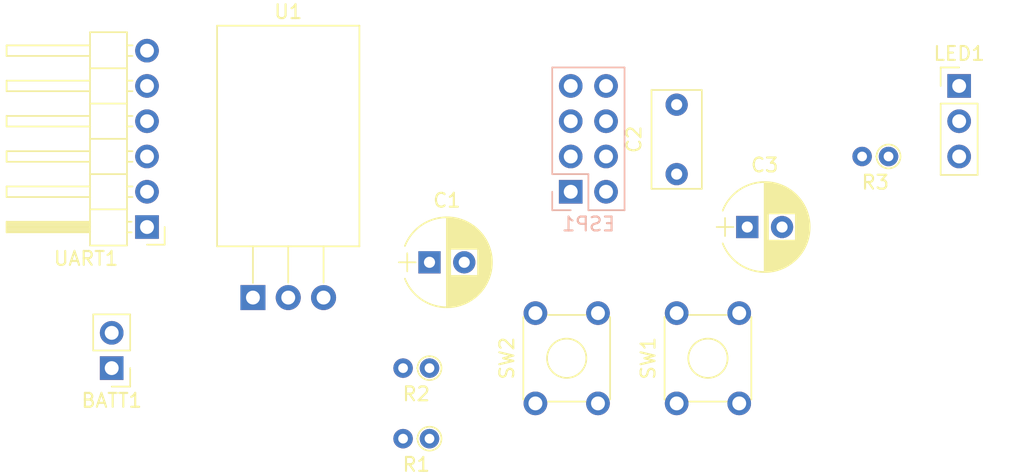
<source format=kicad_pcb>
(kicad_pcb (version 4) (host pcbnew 4.0.7)

  (general
    (links 26)
    (no_connects 26)
    (area 0 0 0 0)
    (thickness 1.6)
    (drawings 0)
    (tracks 0)
    (zones 0)
    (modules 13)
    (nets 13)
  )

  (page A4)
  (layers
    (0 F.Cu signal)
    (31 B.Cu signal)
    (32 B.Adhes user)
    (33 F.Adhes user)
    (34 B.Paste user)
    (35 F.Paste user)
    (36 B.SilkS user)
    (37 F.SilkS user)
    (38 B.Mask user)
    (39 F.Mask user)
    (40 Dwgs.User user)
    (41 Cmts.User user)
    (42 Eco1.User user)
    (43 Eco2.User user)
    (44 Edge.Cuts user)
    (45 Margin user)
    (46 B.CrtYd user)
    (47 F.CrtYd user)
    (48 B.Fab user)
    (49 F.Fab user)
  )

  (setup
    (last_trace_width 0.25)
    (trace_clearance 0.2)
    (zone_clearance 0.508)
    (zone_45_only no)
    (trace_min 0.2)
    (segment_width 0.2)
    (edge_width 0.15)
    (via_size 0.6)
    (via_drill 0.4)
    (via_min_size 0.4)
    (via_min_drill 0.3)
    (uvia_size 0.3)
    (uvia_drill 0.1)
    (uvias_allowed no)
    (uvia_min_size 0.2)
    (uvia_min_drill 0.1)
    (pcb_text_width 0.3)
    (pcb_text_size 1.5 1.5)
    (mod_edge_width 0.15)
    (mod_text_size 1 1)
    (mod_text_width 0.15)
    (pad_size 1.524 1.524)
    (pad_drill 0.762)
    (pad_to_mask_clearance 0.2)
    (aux_axis_origin 0 0)
    (visible_elements FFFFFF7F)
    (pcbplotparams
      (layerselection 0x00030_80000001)
      (usegerberextensions false)
      (excludeedgelayer true)
      (linewidth 0.100000)
      (plotframeref false)
      (viasonmask false)
      (mode 1)
      (useauxorigin false)
      (hpglpennumber 1)
      (hpglpenspeed 20)
      (hpglpendiameter 15)
      (hpglpenoverlay 2)
      (psnegative false)
      (psa4output false)
      (plotreference true)
      (plotvalue true)
      (plotinvisibletext false)
      (padsonsilk false)
      (subtractmaskfromsilk false)
      (outputformat 1)
      (mirror false)
      (drillshape 1)
      (scaleselection 1)
      (outputdirectory ""))
  )

  (net 0 "")
  (net 1 +BATT)
  (net 2 GND)
  (net 3 +3V3)
  (net 4 "Net-(ESP1-Pad2)")
  (net 5 "Net-(ESP1-Pad3)")
  (net 6 "Net-(ESP1-Pad5)")
  (net 7 "Net-(ESP1-Pad6)")
  (net 8 "Net-(ESP1-Pad7)")
  (net 9 "Net-(LED1-Pad3)")
  (net 10 "Net-(UART1-Pad2)")
  (net 11 "Net-(UART1-Pad3)")
  (net 12 "Net-(UART1-Pad6)")

  (net_class Default "This is the default net class."
    (clearance 0.2)
    (trace_width 0.25)
    (via_dia 0.6)
    (via_drill 0.4)
    (uvia_dia 0.3)
    (uvia_drill 0.1)
    (add_net +3V3)
    (add_net +BATT)
    (add_net GND)
    (add_net "Net-(ESP1-Pad2)")
    (add_net "Net-(ESP1-Pad3)")
    (add_net "Net-(ESP1-Pad5)")
    (add_net "Net-(ESP1-Pad6)")
    (add_net "Net-(ESP1-Pad7)")
    (add_net "Net-(LED1-Pad3)")
    (add_net "Net-(UART1-Pad2)")
    (add_net "Net-(UART1-Pad3)")
    (add_net "Net-(UART1-Pad6)")
  )

  (module Capacitors_THT:CP_Radial_D6.3mm_P2.50mm (layer F.Cu) (tedit 597BC7C2) (tstamp 5BA4FE68)
    (at 170.18 91.44)
    (descr "CP, Radial series, Radial, pin pitch=2.50mm, , diameter=6.3mm, Electrolytic Capacitor")
    (tags "CP Radial series Radial pin pitch 2.50mm  diameter 6.3mm Electrolytic Capacitor")
    (path /5BA4F75E)
    (fp_text reference C1 (at 1.25 -4.46) (layer F.SilkS)
      (effects (font (size 1 1) (thickness 0.15)))
    )
    (fp_text value CP (at 1.25 4.46) (layer F.Fab)
      (effects (font (size 1 1) (thickness 0.15)))
    )
    (fp_arc (start 1.25 0) (end -1.767482 -1.18) (angle 137.3) (layer F.SilkS) (width 0.12))
    (fp_arc (start 1.25 0) (end -1.767482 1.18) (angle -137.3) (layer F.SilkS) (width 0.12))
    (fp_arc (start 1.25 0) (end 4.267482 -1.18) (angle 42.7) (layer F.SilkS) (width 0.12))
    (fp_circle (center 1.25 0) (end 4.4 0) (layer F.Fab) (width 0.1))
    (fp_line (start -2.2 0) (end -1 0) (layer F.Fab) (width 0.1))
    (fp_line (start -1.6 -0.65) (end -1.6 0.65) (layer F.Fab) (width 0.1))
    (fp_line (start 1.25 -3.2) (end 1.25 3.2) (layer F.SilkS) (width 0.12))
    (fp_line (start 1.29 -3.2) (end 1.29 3.2) (layer F.SilkS) (width 0.12))
    (fp_line (start 1.33 -3.2) (end 1.33 3.2) (layer F.SilkS) (width 0.12))
    (fp_line (start 1.37 -3.198) (end 1.37 3.198) (layer F.SilkS) (width 0.12))
    (fp_line (start 1.41 -3.197) (end 1.41 3.197) (layer F.SilkS) (width 0.12))
    (fp_line (start 1.45 -3.194) (end 1.45 3.194) (layer F.SilkS) (width 0.12))
    (fp_line (start 1.49 -3.192) (end 1.49 3.192) (layer F.SilkS) (width 0.12))
    (fp_line (start 1.53 -3.188) (end 1.53 -0.98) (layer F.SilkS) (width 0.12))
    (fp_line (start 1.53 0.98) (end 1.53 3.188) (layer F.SilkS) (width 0.12))
    (fp_line (start 1.57 -3.185) (end 1.57 -0.98) (layer F.SilkS) (width 0.12))
    (fp_line (start 1.57 0.98) (end 1.57 3.185) (layer F.SilkS) (width 0.12))
    (fp_line (start 1.61 -3.18) (end 1.61 -0.98) (layer F.SilkS) (width 0.12))
    (fp_line (start 1.61 0.98) (end 1.61 3.18) (layer F.SilkS) (width 0.12))
    (fp_line (start 1.65 -3.176) (end 1.65 -0.98) (layer F.SilkS) (width 0.12))
    (fp_line (start 1.65 0.98) (end 1.65 3.176) (layer F.SilkS) (width 0.12))
    (fp_line (start 1.69 -3.17) (end 1.69 -0.98) (layer F.SilkS) (width 0.12))
    (fp_line (start 1.69 0.98) (end 1.69 3.17) (layer F.SilkS) (width 0.12))
    (fp_line (start 1.73 -3.165) (end 1.73 -0.98) (layer F.SilkS) (width 0.12))
    (fp_line (start 1.73 0.98) (end 1.73 3.165) (layer F.SilkS) (width 0.12))
    (fp_line (start 1.77 -3.158) (end 1.77 -0.98) (layer F.SilkS) (width 0.12))
    (fp_line (start 1.77 0.98) (end 1.77 3.158) (layer F.SilkS) (width 0.12))
    (fp_line (start 1.81 -3.152) (end 1.81 -0.98) (layer F.SilkS) (width 0.12))
    (fp_line (start 1.81 0.98) (end 1.81 3.152) (layer F.SilkS) (width 0.12))
    (fp_line (start 1.85 -3.144) (end 1.85 -0.98) (layer F.SilkS) (width 0.12))
    (fp_line (start 1.85 0.98) (end 1.85 3.144) (layer F.SilkS) (width 0.12))
    (fp_line (start 1.89 -3.137) (end 1.89 -0.98) (layer F.SilkS) (width 0.12))
    (fp_line (start 1.89 0.98) (end 1.89 3.137) (layer F.SilkS) (width 0.12))
    (fp_line (start 1.93 -3.128) (end 1.93 -0.98) (layer F.SilkS) (width 0.12))
    (fp_line (start 1.93 0.98) (end 1.93 3.128) (layer F.SilkS) (width 0.12))
    (fp_line (start 1.971 -3.119) (end 1.971 -0.98) (layer F.SilkS) (width 0.12))
    (fp_line (start 1.971 0.98) (end 1.971 3.119) (layer F.SilkS) (width 0.12))
    (fp_line (start 2.011 -3.11) (end 2.011 -0.98) (layer F.SilkS) (width 0.12))
    (fp_line (start 2.011 0.98) (end 2.011 3.11) (layer F.SilkS) (width 0.12))
    (fp_line (start 2.051 -3.1) (end 2.051 -0.98) (layer F.SilkS) (width 0.12))
    (fp_line (start 2.051 0.98) (end 2.051 3.1) (layer F.SilkS) (width 0.12))
    (fp_line (start 2.091 -3.09) (end 2.091 -0.98) (layer F.SilkS) (width 0.12))
    (fp_line (start 2.091 0.98) (end 2.091 3.09) (layer F.SilkS) (width 0.12))
    (fp_line (start 2.131 -3.079) (end 2.131 -0.98) (layer F.SilkS) (width 0.12))
    (fp_line (start 2.131 0.98) (end 2.131 3.079) (layer F.SilkS) (width 0.12))
    (fp_line (start 2.171 -3.067) (end 2.171 -0.98) (layer F.SilkS) (width 0.12))
    (fp_line (start 2.171 0.98) (end 2.171 3.067) (layer F.SilkS) (width 0.12))
    (fp_line (start 2.211 -3.055) (end 2.211 -0.98) (layer F.SilkS) (width 0.12))
    (fp_line (start 2.211 0.98) (end 2.211 3.055) (layer F.SilkS) (width 0.12))
    (fp_line (start 2.251 -3.042) (end 2.251 -0.98) (layer F.SilkS) (width 0.12))
    (fp_line (start 2.251 0.98) (end 2.251 3.042) (layer F.SilkS) (width 0.12))
    (fp_line (start 2.291 -3.029) (end 2.291 -0.98) (layer F.SilkS) (width 0.12))
    (fp_line (start 2.291 0.98) (end 2.291 3.029) (layer F.SilkS) (width 0.12))
    (fp_line (start 2.331 -3.015) (end 2.331 -0.98) (layer F.SilkS) (width 0.12))
    (fp_line (start 2.331 0.98) (end 2.331 3.015) (layer F.SilkS) (width 0.12))
    (fp_line (start 2.371 -3.001) (end 2.371 -0.98) (layer F.SilkS) (width 0.12))
    (fp_line (start 2.371 0.98) (end 2.371 3.001) (layer F.SilkS) (width 0.12))
    (fp_line (start 2.411 -2.986) (end 2.411 -0.98) (layer F.SilkS) (width 0.12))
    (fp_line (start 2.411 0.98) (end 2.411 2.986) (layer F.SilkS) (width 0.12))
    (fp_line (start 2.451 -2.97) (end 2.451 -0.98) (layer F.SilkS) (width 0.12))
    (fp_line (start 2.451 0.98) (end 2.451 2.97) (layer F.SilkS) (width 0.12))
    (fp_line (start 2.491 -2.954) (end 2.491 -0.98) (layer F.SilkS) (width 0.12))
    (fp_line (start 2.491 0.98) (end 2.491 2.954) (layer F.SilkS) (width 0.12))
    (fp_line (start 2.531 -2.937) (end 2.531 -0.98) (layer F.SilkS) (width 0.12))
    (fp_line (start 2.531 0.98) (end 2.531 2.937) (layer F.SilkS) (width 0.12))
    (fp_line (start 2.571 -2.919) (end 2.571 -0.98) (layer F.SilkS) (width 0.12))
    (fp_line (start 2.571 0.98) (end 2.571 2.919) (layer F.SilkS) (width 0.12))
    (fp_line (start 2.611 -2.901) (end 2.611 -0.98) (layer F.SilkS) (width 0.12))
    (fp_line (start 2.611 0.98) (end 2.611 2.901) (layer F.SilkS) (width 0.12))
    (fp_line (start 2.651 -2.882) (end 2.651 -0.98) (layer F.SilkS) (width 0.12))
    (fp_line (start 2.651 0.98) (end 2.651 2.882) (layer F.SilkS) (width 0.12))
    (fp_line (start 2.691 -2.863) (end 2.691 -0.98) (layer F.SilkS) (width 0.12))
    (fp_line (start 2.691 0.98) (end 2.691 2.863) (layer F.SilkS) (width 0.12))
    (fp_line (start 2.731 -2.843) (end 2.731 -0.98) (layer F.SilkS) (width 0.12))
    (fp_line (start 2.731 0.98) (end 2.731 2.843) (layer F.SilkS) (width 0.12))
    (fp_line (start 2.771 -2.822) (end 2.771 -0.98) (layer F.SilkS) (width 0.12))
    (fp_line (start 2.771 0.98) (end 2.771 2.822) (layer F.SilkS) (width 0.12))
    (fp_line (start 2.811 -2.8) (end 2.811 -0.98) (layer F.SilkS) (width 0.12))
    (fp_line (start 2.811 0.98) (end 2.811 2.8) (layer F.SilkS) (width 0.12))
    (fp_line (start 2.851 -2.778) (end 2.851 -0.98) (layer F.SilkS) (width 0.12))
    (fp_line (start 2.851 0.98) (end 2.851 2.778) (layer F.SilkS) (width 0.12))
    (fp_line (start 2.891 -2.755) (end 2.891 -0.98) (layer F.SilkS) (width 0.12))
    (fp_line (start 2.891 0.98) (end 2.891 2.755) (layer F.SilkS) (width 0.12))
    (fp_line (start 2.931 -2.731) (end 2.931 -0.98) (layer F.SilkS) (width 0.12))
    (fp_line (start 2.931 0.98) (end 2.931 2.731) (layer F.SilkS) (width 0.12))
    (fp_line (start 2.971 -2.706) (end 2.971 -0.98) (layer F.SilkS) (width 0.12))
    (fp_line (start 2.971 0.98) (end 2.971 2.706) (layer F.SilkS) (width 0.12))
    (fp_line (start 3.011 -2.681) (end 3.011 -0.98) (layer F.SilkS) (width 0.12))
    (fp_line (start 3.011 0.98) (end 3.011 2.681) (layer F.SilkS) (width 0.12))
    (fp_line (start 3.051 -2.654) (end 3.051 -0.98) (layer F.SilkS) (width 0.12))
    (fp_line (start 3.051 0.98) (end 3.051 2.654) (layer F.SilkS) (width 0.12))
    (fp_line (start 3.091 -2.627) (end 3.091 -0.98) (layer F.SilkS) (width 0.12))
    (fp_line (start 3.091 0.98) (end 3.091 2.627) (layer F.SilkS) (width 0.12))
    (fp_line (start 3.131 -2.599) (end 3.131 -0.98) (layer F.SilkS) (width 0.12))
    (fp_line (start 3.131 0.98) (end 3.131 2.599) (layer F.SilkS) (width 0.12))
    (fp_line (start 3.171 -2.57) (end 3.171 -0.98) (layer F.SilkS) (width 0.12))
    (fp_line (start 3.171 0.98) (end 3.171 2.57) (layer F.SilkS) (width 0.12))
    (fp_line (start 3.211 -2.54) (end 3.211 -0.98) (layer F.SilkS) (width 0.12))
    (fp_line (start 3.211 0.98) (end 3.211 2.54) (layer F.SilkS) (width 0.12))
    (fp_line (start 3.251 -2.51) (end 3.251 -0.98) (layer F.SilkS) (width 0.12))
    (fp_line (start 3.251 0.98) (end 3.251 2.51) (layer F.SilkS) (width 0.12))
    (fp_line (start 3.291 -2.478) (end 3.291 -0.98) (layer F.SilkS) (width 0.12))
    (fp_line (start 3.291 0.98) (end 3.291 2.478) (layer F.SilkS) (width 0.12))
    (fp_line (start 3.331 -2.445) (end 3.331 -0.98) (layer F.SilkS) (width 0.12))
    (fp_line (start 3.331 0.98) (end 3.331 2.445) (layer F.SilkS) (width 0.12))
    (fp_line (start 3.371 -2.411) (end 3.371 -0.98) (layer F.SilkS) (width 0.12))
    (fp_line (start 3.371 0.98) (end 3.371 2.411) (layer F.SilkS) (width 0.12))
    (fp_line (start 3.411 -2.375) (end 3.411 -0.98) (layer F.SilkS) (width 0.12))
    (fp_line (start 3.411 0.98) (end 3.411 2.375) (layer F.SilkS) (width 0.12))
    (fp_line (start 3.451 -2.339) (end 3.451 -0.98) (layer F.SilkS) (width 0.12))
    (fp_line (start 3.451 0.98) (end 3.451 2.339) (layer F.SilkS) (width 0.12))
    (fp_line (start 3.491 -2.301) (end 3.491 2.301) (layer F.SilkS) (width 0.12))
    (fp_line (start 3.531 -2.262) (end 3.531 2.262) (layer F.SilkS) (width 0.12))
    (fp_line (start 3.571 -2.222) (end 3.571 2.222) (layer F.SilkS) (width 0.12))
    (fp_line (start 3.611 -2.18) (end 3.611 2.18) (layer F.SilkS) (width 0.12))
    (fp_line (start 3.651 -2.137) (end 3.651 2.137) (layer F.SilkS) (width 0.12))
    (fp_line (start 3.691 -2.092) (end 3.691 2.092) (layer F.SilkS) (width 0.12))
    (fp_line (start 3.731 -2.045) (end 3.731 2.045) (layer F.SilkS) (width 0.12))
    (fp_line (start 3.771 -1.997) (end 3.771 1.997) (layer F.SilkS) (width 0.12))
    (fp_line (start 3.811 -1.946) (end 3.811 1.946) (layer F.SilkS) (width 0.12))
    (fp_line (start 3.851 -1.894) (end 3.851 1.894) (layer F.SilkS) (width 0.12))
    (fp_line (start 3.891 -1.839) (end 3.891 1.839) (layer F.SilkS) (width 0.12))
    (fp_line (start 3.931 -1.781) (end 3.931 1.781) (layer F.SilkS) (width 0.12))
    (fp_line (start 3.971 -1.721) (end 3.971 1.721) (layer F.SilkS) (width 0.12))
    (fp_line (start 4.011 -1.658) (end 4.011 1.658) (layer F.SilkS) (width 0.12))
    (fp_line (start 4.051 -1.591) (end 4.051 1.591) (layer F.SilkS) (width 0.12))
    (fp_line (start 4.091 -1.52) (end 4.091 1.52) (layer F.SilkS) (width 0.12))
    (fp_line (start 4.131 -1.445) (end 4.131 1.445) (layer F.SilkS) (width 0.12))
    (fp_line (start 4.171 -1.364) (end 4.171 1.364) (layer F.SilkS) (width 0.12))
    (fp_line (start 4.211 -1.278) (end 4.211 1.278) (layer F.SilkS) (width 0.12))
    (fp_line (start 4.251 -1.184) (end 4.251 1.184) (layer F.SilkS) (width 0.12))
    (fp_line (start 4.291 -1.081) (end 4.291 1.081) (layer F.SilkS) (width 0.12))
    (fp_line (start 4.331 -0.966) (end 4.331 0.966) (layer F.SilkS) (width 0.12))
    (fp_line (start 4.371 -0.834) (end 4.371 0.834) (layer F.SilkS) (width 0.12))
    (fp_line (start 4.411 -0.676) (end 4.411 0.676) (layer F.SilkS) (width 0.12))
    (fp_line (start 4.451 -0.468) (end 4.451 0.468) (layer F.SilkS) (width 0.12))
    (fp_line (start -2.2 0) (end -1 0) (layer F.SilkS) (width 0.12))
    (fp_line (start -1.6 -0.65) (end -1.6 0.65) (layer F.SilkS) (width 0.12))
    (fp_line (start -2.25 -3.5) (end -2.25 3.5) (layer F.CrtYd) (width 0.05))
    (fp_line (start -2.25 3.5) (end 4.75 3.5) (layer F.CrtYd) (width 0.05))
    (fp_line (start 4.75 3.5) (end 4.75 -3.5) (layer F.CrtYd) (width 0.05))
    (fp_line (start 4.75 -3.5) (end -2.25 -3.5) (layer F.CrtYd) (width 0.05))
    (fp_text user %R (at 1.25 0) (layer F.Fab)
      (effects (font (size 1 1) (thickness 0.15)))
    )
    (pad 1 thru_hole rect (at 0 0) (size 1.6 1.6) (drill 0.8) (layers *.Cu *.Mask)
      (net 3 +3V3))
    (pad 2 thru_hole circle (at 2.5 0) (size 1.6 1.6) (drill 0.8) (layers *.Cu *.Mask)
      (net 2 GND))
    (model ${KISYS3DMOD}/Capacitors_THT.3dshapes/CP_Radial_D6.3mm_P2.50mm.wrl
      (at (xyz 0 0 0))
      (scale (xyz 1 1 1))
      (rotate (xyz 0 0 0))
    )
  )

  (module Capacitors_THT:C_Rect_L7.0mm_W3.5mm_P5.00mm (layer F.Cu) (tedit 597BC7C2) (tstamp 5BA4FE6E)
    (at 187.96 85.09 90)
    (descr "C, Rect series, Radial, pin pitch=5.00mm, , length*width=7*3.5mm^2, Capacitor")
    (tags "C Rect series Radial pin pitch 5.00mm  length 7mm width 3.5mm Capacitor")
    (path /5BA525E6)
    (fp_text reference C2 (at 2.5 -3.06 90) (layer F.SilkS)
      (effects (font (size 1 1) (thickness 0.15)))
    )
    (fp_text value C (at 2.5 3.06 90) (layer F.Fab)
      (effects (font (size 1 1) (thickness 0.15)))
    )
    (fp_line (start -1 -1.75) (end -1 1.75) (layer F.Fab) (width 0.1))
    (fp_line (start -1 1.75) (end 6 1.75) (layer F.Fab) (width 0.1))
    (fp_line (start 6 1.75) (end 6 -1.75) (layer F.Fab) (width 0.1))
    (fp_line (start 6 -1.75) (end -1 -1.75) (layer F.Fab) (width 0.1))
    (fp_line (start -1.06 -1.81) (end 6.06 -1.81) (layer F.SilkS) (width 0.12))
    (fp_line (start -1.06 1.81) (end 6.06 1.81) (layer F.SilkS) (width 0.12))
    (fp_line (start -1.06 -1.81) (end -1.06 1.81) (layer F.SilkS) (width 0.12))
    (fp_line (start 6.06 -1.81) (end 6.06 1.81) (layer F.SilkS) (width 0.12))
    (fp_line (start -1.35 -2.1) (end -1.35 2.1) (layer F.CrtYd) (width 0.05))
    (fp_line (start -1.35 2.1) (end 6.35 2.1) (layer F.CrtYd) (width 0.05))
    (fp_line (start 6.35 2.1) (end 6.35 -2.1) (layer F.CrtYd) (width 0.05))
    (fp_line (start 6.35 -2.1) (end -1.35 -2.1) (layer F.CrtYd) (width 0.05))
    (fp_text user %R (at 2.5 0 90) (layer F.Fab)
      (effects (font (size 1 1) (thickness 0.15)))
    )
    (pad 1 thru_hole circle (at 0 0 90) (size 1.6 1.6) (drill 0.8) (layers *.Cu *.Mask)
      (net 3 +3V3))
    (pad 2 thru_hole circle (at 5 0 90) (size 1.6 1.6) (drill 0.8) (layers *.Cu *.Mask)
      (net 2 GND))
    (model ${KISYS3DMOD}/Capacitors_THT.3dshapes/C_Rect_L7.0mm_W3.5mm_P5.00mm.wrl
      (at (xyz 0 0 0))
      (scale (xyz 1 1 1))
      (rotate (xyz 0 0 0))
    )
  )

  (module Capacitors_THT:CP_Radial_D6.3mm_P2.50mm (layer F.Cu) (tedit 597BC7C2) (tstamp 5BA4FE74)
    (at 193.04 88.9)
    (descr "CP, Radial series, Radial, pin pitch=2.50mm, , diameter=6.3mm, Electrolytic Capacitor")
    (tags "CP Radial series Radial pin pitch 2.50mm  diameter 6.3mm Electrolytic Capacitor")
    (path /5BA50AB4)
    (fp_text reference C3 (at 1.25 -4.46) (layer F.SilkS)
      (effects (font (size 1 1) (thickness 0.15)))
    )
    (fp_text value CP (at 1.25 4.46) (layer F.Fab)
      (effects (font (size 1 1) (thickness 0.15)))
    )
    (fp_arc (start 1.25 0) (end -1.767482 -1.18) (angle 137.3) (layer F.SilkS) (width 0.12))
    (fp_arc (start 1.25 0) (end -1.767482 1.18) (angle -137.3) (layer F.SilkS) (width 0.12))
    (fp_arc (start 1.25 0) (end 4.267482 -1.18) (angle 42.7) (layer F.SilkS) (width 0.12))
    (fp_circle (center 1.25 0) (end 4.4 0) (layer F.Fab) (width 0.1))
    (fp_line (start -2.2 0) (end -1 0) (layer F.Fab) (width 0.1))
    (fp_line (start -1.6 -0.65) (end -1.6 0.65) (layer F.Fab) (width 0.1))
    (fp_line (start 1.25 -3.2) (end 1.25 3.2) (layer F.SilkS) (width 0.12))
    (fp_line (start 1.29 -3.2) (end 1.29 3.2) (layer F.SilkS) (width 0.12))
    (fp_line (start 1.33 -3.2) (end 1.33 3.2) (layer F.SilkS) (width 0.12))
    (fp_line (start 1.37 -3.198) (end 1.37 3.198) (layer F.SilkS) (width 0.12))
    (fp_line (start 1.41 -3.197) (end 1.41 3.197) (layer F.SilkS) (width 0.12))
    (fp_line (start 1.45 -3.194) (end 1.45 3.194) (layer F.SilkS) (width 0.12))
    (fp_line (start 1.49 -3.192) (end 1.49 3.192) (layer F.SilkS) (width 0.12))
    (fp_line (start 1.53 -3.188) (end 1.53 -0.98) (layer F.SilkS) (width 0.12))
    (fp_line (start 1.53 0.98) (end 1.53 3.188) (layer F.SilkS) (width 0.12))
    (fp_line (start 1.57 -3.185) (end 1.57 -0.98) (layer F.SilkS) (width 0.12))
    (fp_line (start 1.57 0.98) (end 1.57 3.185) (layer F.SilkS) (width 0.12))
    (fp_line (start 1.61 -3.18) (end 1.61 -0.98) (layer F.SilkS) (width 0.12))
    (fp_line (start 1.61 0.98) (end 1.61 3.18) (layer F.SilkS) (width 0.12))
    (fp_line (start 1.65 -3.176) (end 1.65 -0.98) (layer F.SilkS) (width 0.12))
    (fp_line (start 1.65 0.98) (end 1.65 3.176) (layer F.SilkS) (width 0.12))
    (fp_line (start 1.69 -3.17) (end 1.69 -0.98) (layer F.SilkS) (width 0.12))
    (fp_line (start 1.69 0.98) (end 1.69 3.17) (layer F.SilkS) (width 0.12))
    (fp_line (start 1.73 -3.165) (end 1.73 -0.98) (layer F.SilkS) (width 0.12))
    (fp_line (start 1.73 0.98) (end 1.73 3.165) (layer F.SilkS) (width 0.12))
    (fp_line (start 1.77 -3.158) (end 1.77 -0.98) (layer F.SilkS) (width 0.12))
    (fp_line (start 1.77 0.98) (end 1.77 3.158) (layer F.SilkS) (width 0.12))
    (fp_line (start 1.81 -3.152) (end 1.81 -0.98) (layer F.SilkS) (width 0.12))
    (fp_line (start 1.81 0.98) (end 1.81 3.152) (layer F.SilkS) (width 0.12))
    (fp_line (start 1.85 -3.144) (end 1.85 -0.98) (layer F.SilkS) (width 0.12))
    (fp_line (start 1.85 0.98) (end 1.85 3.144) (layer F.SilkS) (width 0.12))
    (fp_line (start 1.89 -3.137) (end 1.89 -0.98) (layer F.SilkS) (width 0.12))
    (fp_line (start 1.89 0.98) (end 1.89 3.137) (layer F.SilkS) (width 0.12))
    (fp_line (start 1.93 -3.128) (end 1.93 -0.98) (layer F.SilkS) (width 0.12))
    (fp_line (start 1.93 0.98) (end 1.93 3.128) (layer F.SilkS) (width 0.12))
    (fp_line (start 1.971 -3.119) (end 1.971 -0.98) (layer F.SilkS) (width 0.12))
    (fp_line (start 1.971 0.98) (end 1.971 3.119) (layer F.SilkS) (width 0.12))
    (fp_line (start 2.011 -3.11) (end 2.011 -0.98) (layer F.SilkS) (width 0.12))
    (fp_line (start 2.011 0.98) (end 2.011 3.11) (layer F.SilkS) (width 0.12))
    (fp_line (start 2.051 -3.1) (end 2.051 -0.98) (layer F.SilkS) (width 0.12))
    (fp_line (start 2.051 0.98) (end 2.051 3.1) (layer F.SilkS) (width 0.12))
    (fp_line (start 2.091 -3.09) (end 2.091 -0.98) (layer F.SilkS) (width 0.12))
    (fp_line (start 2.091 0.98) (end 2.091 3.09) (layer F.SilkS) (width 0.12))
    (fp_line (start 2.131 -3.079) (end 2.131 -0.98) (layer F.SilkS) (width 0.12))
    (fp_line (start 2.131 0.98) (end 2.131 3.079) (layer F.SilkS) (width 0.12))
    (fp_line (start 2.171 -3.067) (end 2.171 -0.98) (layer F.SilkS) (width 0.12))
    (fp_line (start 2.171 0.98) (end 2.171 3.067) (layer F.SilkS) (width 0.12))
    (fp_line (start 2.211 -3.055) (end 2.211 -0.98) (layer F.SilkS) (width 0.12))
    (fp_line (start 2.211 0.98) (end 2.211 3.055) (layer F.SilkS) (width 0.12))
    (fp_line (start 2.251 -3.042) (end 2.251 -0.98) (layer F.SilkS) (width 0.12))
    (fp_line (start 2.251 0.98) (end 2.251 3.042) (layer F.SilkS) (width 0.12))
    (fp_line (start 2.291 -3.029) (end 2.291 -0.98) (layer F.SilkS) (width 0.12))
    (fp_line (start 2.291 0.98) (end 2.291 3.029) (layer F.SilkS) (width 0.12))
    (fp_line (start 2.331 -3.015) (end 2.331 -0.98) (layer F.SilkS) (width 0.12))
    (fp_line (start 2.331 0.98) (end 2.331 3.015) (layer F.SilkS) (width 0.12))
    (fp_line (start 2.371 -3.001) (end 2.371 -0.98) (layer F.SilkS) (width 0.12))
    (fp_line (start 2.371 0.98) (end 2.371 3.001) (layer F.SilkS) (width 0.12))
    (fp_line (start 2.411 -2.986) (end 2.411 -0.98) (layer F.SilkS) (width 0.12))
    (fp_line (start 2.411 0.98) (end 2.411 2.986) (layer F.SilkS) (width 0.12))
    (fp_line (start 2.451 -2.97) (end 2.451 -0.98) (layer F.SilkS) (width 0.12))
    (fp_line (start 2.451 0.98) (end 2.451 2.97) (layer F.SilkS) (width 0.12))
    (fp_line (start 2.491 -2.954) (end 2.491 -0.98) (layer F.SilkS) (width 0.12))
    (fp_line (start 2.491 0.98) (end 2.491 2.954) (layer F.SilkS) (width 0.12))
    (fp_line (start 2.531 -2.937) (end 2.531 -0.98) (layer F.SilkS) (width 0.12))
    (fp_line (start 2.531 0.98) (end 2.531 2.937) (layer F.SilkS) (width 0.12))
    (fp_line (start 2.571 -2.919) (end 2.571 -0.98) (layer F.SilkS) (width 0.12))
    (fp_line (start 2.571 0.98) (end 2.571 2.919) (layer F.SilkS) (width 0.12))
    (fp_line (start 2.611 -2.901) (end 2.611 -0.98) (layer F.SilkS) (width 0.12))
    (fp_line (start 2.611 0.98) (end 2.611 2.901) (layer F.SilkS) (width 0.12))
    (fp_line (start 2.651 -2.882) (end 2.651 -0.98) (layer F.SilkS) (width 0.12))
    (fp_line (start 2.651 0.98) (end 2.651 2.882) (layer F.SilkS) (width 0.12))
    (fp_line (start 2.691 -2.863) (end 2.691 -0.98) (layer F.SilkS) (width 0.12))
    (fp_line (start 2.691 0.98) (end 2.691 2.863) (layer F.SilkS) (width 0.12))
    (fp_line (start 2.731 -2.843) (end 2.731 -0.98) (layer F.SilkS) (width 0.12))
    (fp_line (start 2.731 0.98) (end 2.731 2.843) (layer F.SilkS) (width 0.12))
    (fp_line (start 2.771 -2.822) (end 2.771 -0.98) (layer F.SilkS) (width 0.12))
    (fp_line (start 2.771 0.98) (end 2.771 2.822) (layer F.SilkS) (width 0.12))
    (fp_line (start 2.811 -2.8) (end 2.811 -0.98) (layer F.SilkS) (width 0.12))
    (fp_line (start 2.811 0.98) (end 2.811 2.8) (layer F.SilkS) (width 0.12))
    (fp_line (start 2.851 -2.778) (end 2.851 -0.98) (layer F.SilkS) (width 0.12))
    (fp_line (start 2.851 0.98) (end 2.851 2.778) (layer F.SilkS) (width 0.12))
    (fp_line (start 2.891 -2.755) (end 2.891 -0.98) (layer F.SilkS) (width 0.12))
    (fp_line (start 2.891 0.98) (end 2.891 2.755) (layer F.SilkS) (width 0.12))
    (fp_line (start 2.931 -2.731) (end 2.931 -0.98) (layer F.SilkS) (width 0.12))
    (fp_line (start 2.931 0.98) (end 2.931 2.731) (layer F.SilkS) (width 0.12))
    (fp_line (start 2.971 -2.706) (end 2.971 -0.98) (layer F.SilkS) (width 0.12))
    (fp_line (start 2.971 0.98) (end 2.971 2.706) (layer F.SilkS) (width 0.12))
    (fp_line (start 3.011 -2.681) (end 3.011 -0.98) (layer F.SilkS) (width 0.12))
    (fp_line (start 3.011 0.98) (end 3.011 2.681) (layer F.SilkS) (width 0.12))
    (fp_line (start 3.051 -2.654) (end 3.051 -0.98) (layer F.SilkS) (width 0.12))
    (fp_line (start 3.051 0.98) (end 3.051 2.654) (layer F.SilkS) (width 0.12))
    (fp_line (start 3.091 -2.627) (end 3.091 -0.98) (layer F.SilkS) (width 0.12))
    (fp_line (start 3.091 0.98) (end 3.091 2.627) (layer F.SilkS) (width 0.12))
    (fp_line (start 3.131 -2.599) (end 3.131 -0.98) (layer F.SilkS) (width 0.12))
    (fp_line (start 3.131 0.98) (end 3.131 2.599) (layer F.SilkS) (width 0.12))
    (fp_line (start 3.171 -2.57) (end 3.171 -0.98) (layer F.SilkS) (width 0.12))
    (fp_line (start 3.171 0.98) (end 3.171 2.57) (layer F.SilkS) (width 0.12))
    (fp_line (start 3.211 -2.54) (end 3.211 -0.98) (layer F.SilkS) (width 0.12))
    (fp_line (start 3.211 0.98) (end 3.211 2.54) (layer F.SilkS) (width 0.12))
    (fp_line (start 3.251 -2.51) (end 3.251 -0.98) (layer F.SilkS) (width 0.12))
    (fp_line (start 3.251 0.98) (end 3.251 2.51) (layer F.SilkS) (width 0.12))
    (fp_line (start 3.291 -2.478) (end 3.291 -0.98) (layer F.SilkS) (width 0.12))
    (fp_line (start 3.291 0.98) (end 3.291 2.478) (layer F.SilkS) (width 0.12))
    (fp_line (start 3.331 -2.445) (end 3.331 -0.98) (layer F.SilkS) (width 0.12))
    (fp_line (start 3.331 0.98) (end 3.331 2.445) (layer F.SilkS) (width 0.12))
    (fp_line (start 3.371 -2.411) (end 3.371 -0.98) (layer F.SilkS) (width 0.12))
    (fp_line (start 3.371 0.98) (end 3.371 2.411) (layer F.SilkS) (width 0.12))
    (fp_line (start 3.411 -2.375) (end 3.411 -0.98) (layer F.SilkS) (width 0.12))
    (fp_line (start 3.411 0.98) (end 3.411 2.375) (layer F.SilkS) (width 0.12))
    (fp_line (start 3.451 -2.339) (end 3.451 -0.98) (layer F.SilkS) (width 0.12))
    (fp_line (start 3.451 0.98) (end 3.451 2.339) (layer F.SilkS) (width 0.12))
    (fp_line (start 3.491 -2.301) (end 3.491 2.301) (layer F.SilkS) (width 0.12))
    (fp_line (start 3.531 -2.262) (end 3.531 2.262) (layer F.SilkS) (width 0.12))
    (fp_line (start 3.571 -2.222) (end 3.571 2.222) (layer F.SilkS) (width 0.12))
    (fp_line (start 3.611 -2.18) (end 3.611 2.18) (layer F.SilkS) (width 0.12))
    (fp_line (start 3.651 -2.137) (end 3.651 2.137) (layer F.SilkS) (width 0.12))
    (fp_line (start 3.691 -2.092) (end 3.691 2.092) (layer F.SilkS) (width 0.12))
    (fp_line (start 3.731 -2.045) (end 3.731 2.045) (layer F.SilkS) (width 0.12))
    (fp_line (start 3.771 -1.997) (end 3.771 1.997) (layer F.SilkS) (width 0.12))
    (fp_line (start 3.811 -1.946) (end 3.811 1.946) (layer F.SilkS) (width 0.12))
    (fp_line (start 3.851 -1.894) (end 3.851 1.894) (layer F.SilkS) (width 0.12))
    (fp_line (start 3.891 -1.839) (end 3.891 1.839) (layer F.SilkS) (width 0.12))
    (fp_line (start 3.931 -1.781) (end 3.931 1.781) (layer F.SilkS) (width 0.12))
    (fp_line (start 3.971 -1.721) (end 3.971 1.721) (layer F.SilkS) (width 0.12))
    (fp_line (start 4.011 -1.658) (end 4.011 1.658) (layer F.SilkS) (width 0.12))
    (fp_line (start 4.051 -1.591) (end 4.051 1.591) (layer F.SilkS) (width 0.12))
    (fp_line (start 4.091 -1.52) (end 4.091 1.52) (layer F.SilkS) (width 0.12))
    (fp_line (start 4.131 -1.445) (end 4.131 1.445) (layer F.SilkS) (width 0.12))
    (fp_line (start 4.171 -1.364) (end 4.171 1.364) (layer F.SilkS) (width 0.12))
    (fp_line (start 4.211 -1.278) (end 4.211 1.278) (layer F.SilkS) (width 0.12))
    (fp_line (start 4.251 -1.184) (end 4.251 1.184) (layer F.SilkS) (width 0.12))
    (fp_line (start 4.291 -1.081) (end 4.291 1.081) (layer F.SilkS) (width 0.12))
    (fp_line (start 4.331 -0.966) (end 4.331 0.966) (layer F.SilkS) (width 0.12))
    (fp_line (start 4.371 -0.834) (end 4.371 0.834) (layer F.SilkS) (width 0.12))
    (fp_line (start 4.411 -0.676) (end 4.411 0.676) (layer F.SilkS) (width 0.12))
    (fp_line (start 4.451 -0.468) (end 4.451 0.468) (layer F.SilkS) (width 0.12))
    (fp_line (start -2.2 0) (end -1 0) (layer F.SilkS) (width 0.12))
    (fp_line (start -1.6 -0.65) (end -1.6 0.65) (layer F.SilkS) (width 0.12))
    (fp_line (start -2.25 -3.5) (end -2.25 3.5) (layer F.CrtYd) (width 0.05))
    (fp_line (start -2.25 3.5) (end 4.75 3.5) (layer F.CrtYd) (width 0.05))
    (fp_line (start 4.75 3.5) (end 4.75 -3.5) (layer F.CrtYd) (width 0.05))
    (fp_line (start 4.75 -3.5) (end -2.25 -3.5) (layer F.CrtYd) (width 0.05))
    (fp_text user %R (at 1.25 0) (layer F.Fab)
      (effects (font (size 1 1) (thickness 0.15)))
    )
    (pad 1 thru_hole rect (at 0 0) (size 1.6 1.6) (drill 0.8) (layers *.Cu *.Mask)
      (net 1 +BATT))
    (pad 2 thru_hole circle (at 2.5 0) (size 1.6 1.6) (drill 0.8) (layers *.Cu *.Mask)
      (net 2 GND))
    (model ${KISYS3DMOD}/Capacitors_THT.3dshapes/CP_Radial_D6.3mm_P2.50mm.wrl
      (at (xyz 0 0 0))
      (scale (xyz 1 1 1))
      (rotate (xyz 0 0 0))
    )
  )

  (module Resistors_THT:R_Axial_DIN0204_L3.6mm_D1.6mm_P1.90mm_Vertical (layer F.Cu) (tedit 5874F706) (tstamp 5BA4FE8D)
    (at 170.18 104.14 180)
    (descr "Resistor, Axial_DIN0204 series, Axial, Vertical, pin pitch=1.9mm, 0.16666666666666666W = 1/6W, length*diameter=3.6*1.6mm^2, http://cdn-reichelt.de/documents/datenblatt/B400/1_4W%23YAG.pdf")
    (tags "Resistor Axial_DIN0204 series Axial Vertical pin pitch 1.9mm 0.16666666666666666W = 1/6W length 3.6mm diameter 1.6mm")
    (path /5BA505EF)
    (fp_text reference R1 (at 0.95 -1.86 180) (layer F.SilkS)
      (effects (font (size 1 1) (thickness 0.15)))
    )
    (fp_text value R10K (at 0.95 1.86 180) (layer F.Fab)
      (effects (font (size 1 1) (thickness 0.15)))
    )
    (fp_circle (center 0 0) (end 0.8 0) (layer F.Fab) (width 0.1))
    (fp_circle (center 0 0) (end 0.86 0) (layer F.SilkS) (width 0.12))
    (fp_line (start 0 0) (end 1.9 0) (layer F.Fab) (width 0.1))
    (fp_line (start 0.86 0) (end 0.9 0) (layer F.SilkS) (width 0.12))
    (fp_line (start -1.15 -1.15) (end -1.15 1.15) (layer F.CrtYd) (width 0.05))
    (fp_line (start -1.15 1.15) (end 2.95 1.15) (layer F.CrtYd) (width 0.05))
    (fp_line (start 2.95 1.15) (end 2.95 -1.15) (layer F.CrtYd) (width 0.05))
    (fp_line (start 2.95 -1.15) (end -1.15 -1.15) (layer F.CrtYd) (width 0.05))
    (pad 1 thru_hole circle (at 0 0 180) (size 1.4 1.4) (drill 0.7) (layers *.Cu *.Mask)
      (net 7 "Net-(ESP1-Pad6)"))
    (pad 2 thru_hole oval (at 1.9 0 180) (size 1.4 1.4) (drill 0.7) (layers *.Cu *.Mask)
      (net 3 +3V3))
    (model ${KISYS3DMOD}/Resistors_THT.3dshapes/R_Axial_DIN0204_L3.6mm_D1.6mm_P1.90mm_Vertical.wrl
      (at (xyz 0 0 0))
      (scale (xyz 0.393701 0.393701 0.393701))
      (rotate (xyz 0 0 0))
    )
  )

  (module Resistors_THT:R_Axial_DIN0204_L3.6mm_D1.6mm_P1.90mm_Vertical (layer F.Cu) (tedit 5874F706) (tstamp 5BA4FE93)
    (at 170.18 99.06 180)
    (descr "Resistor, Axial_DIN0204 series, Axial, Vertical, pin pitch=1.9mm, 0.16666666666666666W = 1/6W, length*diameter=3.6*1.6mm^2, http://cdn-reichelt.de/documents/datenblatt/B400/1_4W%23YAG.pdf")
    (tags "Resistor Axial_DIN0204 series Axial Vertical pin pitch 1.9mm 0.16666666666666666W = 1/6W length 3.6mm diameter 1.6mm")
    (path /5BA5058D)
    (fp_text reference R2 (at 0.95 -1.86 180) (layer F.SilkS)
      (effects (font (size 1 1) (thickness 0.15)))
    )
    (fp_text value R10K (at 0.95 1.86 180) (layer F.Fab)
      (effects (font (size 1 1) (thickness 0.15)))
    )
    (fp_circle (center 0 0) (end 0.8 0) (layer F.Fab) (width 0.1))
    (fp_circle (center 0 0) (end 0.86 0) (layer F.SilkS) (width 0.12))
    (fp_line (start 0 0) (end 1.9 0) (layer F.Fab) (width 0.1))
    (fp_line (start 0.86 0) (end 0.9 0) (layer F.SilkS) (width 0.12))
    (fp_line (start -1.15 -1.15) (end -1.15 1.15) (layer F.CrtYd) (width 0.05))
    (fp_line (start -1.15 1.15) (end 2.95 1.15) (layer F.CrtYd) (width 0.05))
    (fp_line (start 2.95 1.15) (end 2.95 -1.15) (layer F.CrtYd) (width 0.05))
    (fp_line (start 2.95 -1.15) (end -1.15 -1.15) (layer F.CrtYd) (width 0.05))
    (pad 1 thru_hole circle (at 0 0 180) (size 1.4 1.4) (drill 0.7) (layers *.Cu *.Mask)
      (net 6 "Net-(ESP1-Pad5)"))
    (pad 2 thru_hole oval (at 1.9 0 180) (size 1.4 1.4) (drill 0.7) (layers *.Cu *.Mask)
      (net 3 +3V3))
    (model ${KISYS3DMOD}/Resistors_THT.3dshapes/R_Axial_DIN0204_L3.6mm_D1.6mm_P1.90mm_Vertical.wrl
      (at (xyz 0 0 0))
      (scale (xyz 0.393701 0.393701 0.393701))
      (rotate (xyz 0 0 0))
    )
  )

  (module Resistors_THT:R_Axial_DIN0204_L3.6mm_D1.6mm_P1.90mm_Vertical (layer F.Cu) (tedit 5874F706) (tstamp 5BA4FE99)
    (at 203.2 83.82 180)
    (descr "Resistor, Axial_DIN0204 series, Axial, Vertical, pin pitch=1.9mm, 0.16666666666666666W = 1/6W, length*diameter=3.6*1.6mm^2, http://cdn-reichelt.de/documents/datenblatt/B400/1_4W%23YAG.pdf")
    (tags "Resistor Axial_DIN0204 series Axial Vertical pin pitch 1.9mm 0.16666666666666666W = 1/6W length 3.6mm diameter 1.6mm")
    (path /5BA4FF62)
    (fp_text reference R3 (at 0.95 -1.86 180) (layer F.SilkS)
      (effects (font (size 1 1) (thickness 0.15)))
    )
    (fp_text value R300 (at 0.95 1.86 180) (layer F.Fab)
      (effects (font (size 1 1) (thickness 0.15)))
    )
    (fp_circle (center 0 0) (end 0.8 0) (layer F.Fab) (width 0.1))
    (fp_circle (center 0 0) (end 0.86 0) (layer F.SilkS) (width 0.12))
    (fp_line (start 0 0) (end 1.9 0) (layer F.Fab) (width 0.1))
    (fp_line (start 0.86 0) (end 0.9 0) (layer F.SilkS) (width 0.12))
    (fp_line (start -1.15 -1.15) (end -1.15 1.15) (layer F.CrtYd) (width 0.05))
    (fp_line (start -1.15 1.15) (end 2.95 1.15) (layer F.CrtYd) (width 0.05))
    (fp_line (start 2.95 1.15) (end 2.95 -1.15) (layer F.CrtYd) (width 0.05))
    (fp_line (start 2.95 -1.15) (end -1.15 -1.15) (layer F.CrtYd) (width 0.05))
    (pad 1 thru_hole circle (at 0 0 180) (size 1.4 1.4) (drill 0.7) (layers *.Cu *.Mask)
      (net 9 "Net-(LED1-Pad3)"))
    (pad 2 thru_hole oval (at 1.9 0 180) (size 1.4 1.4) (drill 0.7) (layers *.Cu *.Mask)
      (net 4 "Net-(ESP1-Pad2)"))
    (model ${KISYS3DMOD}/Resistors_THT.3dshapes/R_Axial_DIN0204_L3.6mm_D1.6mm_P1.90mm_Vertical.wrl
      (at (xyz 0 0 0))
      (scale (xyz 0.393701 0.393701 0.393701))
      (rotate (xyz 0 0 0))
    )
  )

  (module Buttons_Switches_THT:SW_TH_Tactile_Omron_B3F-10xx (layer F.Cu) (tedit 5928351D) (tstamp 5BA4FEA1)
    (at 187.96 101.6 90)
    (descr SW_TH_Tactile_Omron_B3F-10xx_https://www.omron.com/ecb/products/pdf/en-b3f.pdf)
    (tags "Omron B3F-10xx")
    (path /5BA4F3F4)
    (fp_text reference SW1 (at 3.25 -2.05 90) (layer F.SilkS)
      (effects (font (size 1 1) (thickness 0.15)))
    )
    (fp_text value RESET (at 3.2 6.5 90) (layer F.Fab)
      (effects (font (size 1 1) (thickness 0.15)))
    )
    (fp_line (start 0.25 -0.75) (end 0.25 5.25) (layer F.Fab) (width 0.1))
    (fp_line (start 6.25 -0.75) (end 6.25 5.25) (layer F.Fab) (width 0.1))
    (fp_line (start 0.25 -0.75) (end 6.25 -0.75) (layer F.Fab) (width 0.1))
    (fp_text user %R (at 3.25 2.25 90) (layer F.Fab)
      (effects (font (size 1 1) (thickness 0.15)))
    )
    (fp_line (start 7.65 -1.15) (end -1.1 -1.15) (layer F.CrtYd) (width 0.05))
    (fp_line (start 7.6 5.6) (end 7.6 -1.1) (layer F.CrtYd) (width 0.05))
    (fp_line (start -1.1 5.6) (end 7.6 5.6) (layer F.CrtYd) (width 0.05))
    (fp_line (start -1.1 -1.15) (end -1.1 5.6) (layer F.CrtYd) (width 0.05))
    (fp_circle (center 3.25 2.25) (end 4.25 3.25) (layer F.SilkS) (width 0.12))
    (fp_line (start 0.28 5.37) (end 6.22 5.37) (layer F.SilkS) (width 0.12))
    (fp_line (start 0.28 -0.87) (end 6.22 -0.87) (layer F.SilkS) (width 0.12))
    (fp_line (start 0.13 3.59) (end 0.13 0.91) (layer F.SilkS) (width 0.12))
    (fp_line (start 6.37 0.91) (end 6.37 3.59) (layer F.SilkS) (width 0.12))
    (fp_line (start 0.25 5.25) (end 6.25 5.25) (layer F.Fab) (width 0.1))
    (pad 4 thru_hole circle (at 6.5 4.5 90) (size 1.7 1.7) (drill 1) (layers *.Cu *.Mask))
    (pad 3 thru_hole circle (at 0 4.5 90) (size 1.7 1.7) (drill 1) (layers *.Cu *.Mask))
    (pad 2 thru_hole circle (at 6.5 0 90) (size 1.7 1.7) (drill 1) (layers *.Cu *.Mask)
      (net 7 "Net-(ESP1-Pad6)"))
    (pad 1 thru_hole circle (at 0 0 90) (size 1.7 1.7) (drill 1) (layers *.Cu *.Mask)
      (net 2 GND))
    (model ${KISYS3DMOD}/Buttons_Switches_THT.3dshapes/SW_TH_Tactile_Omron_B3F-10xx.wrl
      (at (xyz 0 0 0))
      (scale (xyz 1 1 1))
      (rotate (xyz 0 0 0))
    )
  )

  (module Buttons_Switches_THT:SW_TH_Tactile_Omron_B3F-10xx (layer F.Cu) (tedit 5928351D) (tstamp 5BA4FEA9)
    (at 177.8 101.6 90)
    (descr SW_TH_Tactile_Omron_B3F-10xx_https://www.omron.com/ecb/products/pdf/en-b3f.pdf)
    (tags "Omron B3F-10xx")
    (path /5BA4F431)
    (fp_text reference SW2 (at 3.25 -2.05 90) (layer F.SilkS)
      (effects (font (size 1 1) (thickness 0.15)))
    )
    (fp_text value PRGRM (at 3.2 6.5 90) (layer F.Fab)
      (effects (font (size 1 1) (thickness 0.15)))
    )
    (fp_line (start 0.25 -0.75) (end 0.25 5.25) (layer F.Fab) (width 0.1))
    (fp_line (start 6.25 -0.75) (end 6.25 5.25) (layer F.Fab) (width 0.1))
    (fp_line (start 0.25 -0.75) (end 6.25 -0.75) (layer F.Fab) (width 0.1))
    (fp_text user %R (at 3.25 2.25 90) (layer F.Fab)
      (effects (font (size 1 1) (thickness 0.15)))
    )
    (fp_line (start 7.65 -1.15) (end -1.1 -1.15) (layer F.CrtYd) (width 0.05))
    (fp_line (start 7.6 5.6) (end 7.6 -1.1) (layer F.CrtYd) (width 0.05))
    (fp_line (start -1.1 5.6) (end 7.6 5.6) (layer F.CrtYd) (width 0.05))
    (fp_line (start -1.1 -1.15) (end -1.1 5.6) (layer F.CrtYd) (width 0.05))
    (fp_circle (center 3.25 2.25) (end 4.25 3.25) (layer F.SilkS) (width 0.12))
    (fp_line (start 0.28 5.37) (end 6.22 5.37) (layer F.SilkS) (width 0.12))
    (fp_line (start 0.28 -0.87) (end 6.22 -0.87) (layer F.SilkS) (width 0.12))
    (fp_line (start 0.13 3.59) (end 0.13 0.91) (layer F.SilkS) (width 0.12))
    (fp_line (start 6.37 0.91) (end 6.37 3.59) (layer F.SilkS) (width 0.12))
    (fp_line (start 0.25 5.25) (end 6.25 5.25) (layer F.Fab) (width 0.1))
    (pad 4 thru_hole circle (at 6.5 4.5 90) (size 1.7 1.7) (drill 1) (layers *.Cu *.Mask))
    (pad 3 thru_hole circle (at 0 4.5 90) (size 1.7 1.7) (drill 1) (layers *.Cu *.Mask))
    (pad 2 thru_hole circle (at 6.5 0 90) (size 1.7 1.7) (drill 1) (layers *.Cu *.Mask)
      (net 6 "Net-(ESP1-Pad5)"))
    (pad 1 thru_hole circle (at 0 0 90) (size 1.7 1.7) (drill 1) (layers *.Cu *.Mask)
      (net 2 GND))
    (model ${KISYS3DMOD}/Buttons_Switches_THT.3dshapes/SW_TH_Tactile_Omron_B3F-10xx.wrl
      (at (xyz 0 0 0))
      (scale (xyz 1 1 1))
      (rotate (xyz 0 0 0))
    )
  )

  (module TO_SOT_Packages_THT:TO-220-3_Horizontal (layer F.Cu) (tedit 58CE52AD) (tstamp 5BA4FEB1)
    (at 157.48 93.98)
    (descr "TO-220-3, Horizontal, RM 2.54mm")
    (tags "TO-220-3 Horizontal RM 2.54mm")
    (path /5BA4F82B)
    (fp_text reference U1 (at 2.54 -20.58) (layer F.SilkS)
      (effects (font (size 1 1) (thickness 0.15)))
    )
    (fp_text value LM1085-3.3 (at 2.54 1.9) (layer F.Fab)
      (effects (font (size 1 1) (thickness 0.15)))
    )
    (fp_text user %R (at 2.54 -20.58) (layer F.Fab)
      (effects (font (size 1 1) (thickness 0.15)))
    )
    (fp_line (start -2.46 -13.06) (end -2.46 -19.46) (layer F.Fab) (width 0.1))
    (fp_line (start -2.46 -19.46) (end 7.54 -19.46) (layer F.Fab) (width 0.1))
    (fp_line (start 7.54 -19.46) (end 7.54 -13.06) (layer F.Fab) (width 0.1))
    (fp_line (start 7.54 -13.06) (end -2.46 -13.06) (layer F.Fab) (width 0.1))
    (fp_line (start -2.46 -3.81) (end -2.46 -13.06) (layer F.Fab) (width 0.1))
    (fp_line (start -2.46 -13.06) (end 7.54 -13.06) (layer F.Fab) (width 0.1))
    (fp_line (start 7.54 -13.06) (end 7.54 -3.81) (layer F.Fab) (width 0.1))
    (fp_line (start 7.54 -3.81) (end -2.46 -3.81) (layer F.Fab) (width 0.1))
    (fp_line (start 0 -3.81) (end 0 0) (layer F.Fab) (width 0.1))
    (fp_line (start 2.54 -3.81) (end 2.54 0) (layer F.Fab) (width 0.1))
    (fp_line (start 5.08 -3.81) (end 5.08 0) (layer F.Fab) (width 0.1))
    (fp_line (start -2.58 -3.69) (end 7.66 -3.69) (layer F.SilkS) (width 0.12))
    (fp_line (start -2.58 -19.58) (end 7.66 -19.58) (layer F.SilkS) (width 0.12))
    (fp_line (start -2.58 -19.58) (end -2.58 -3.69) (layer F.SilkS) (width 0.12))
    (fp_line (start 7.66 -19.58) (end 7.66 -3.69) (layer F.SilkS) (width 0.12))
    (fp_line (start 0 -3.69) (end 0 -1.05) (layer F.SilkS) (width 0.12))
    (fp_line (start 2.54 -3.69) (end 2.54 -1.066) (layer F.SilkS) (width 0.12))
    (fp_line (start 5.08 -3.69) (end 5.08 -1.066) (layer F.SilkS) (width 0.12))
    (fp_line (start -2.71 -19.71) (end -2.71 1.15) (layer F.CrtYd) (width 0.05))
    (fp_line (start -2.71 1.15) (end 7.79 1.15) (layer F.CrtYd) (width 0.05))
    (fp_line (start 7.79 1.15) (end 7.79 -19.71) (layer F.CrtYd) (width 0.05))
    (fp_line (start 7.79 -19.71) (end -2.71 -19.71) (layer F.CrtYd) (width 0.05))
    (fp_circle (center 2.54 -16.66) (end 4.39 -16.66) (layer F.Fab) (width 0.1))
    (pad 0 np_thru_hole oval (at 2.54 -16.66) (size 3.5 3.5) (drill 3.5) (layers *.Cu *.Mask))
    (pad 1 thru_hole rect (at 0 0) (size 1.8 1.8) (drill 1) (layers *.Cu *.Mask)
      (net 2 GND))
    (pad 2 thru_hole oval (at 2.54 0) (size 1.8 1.8) (drill 1) (layers *.Cu *.Mask)
      (net 3 +3V3))
    (pad 3 thru_hole oval (at 5.08 0) (size 1.8 1.8) (drill 1) (layers *.Cu *.Mask)
      (net 1 +BATT))
    (model ${KISYS3DMOD}/TO_SOT_Packages_THT.3dshapes/TO-220-3_Horizontal.wrl
      (at (xyz 0.1 0 0))
      (scale (xyz 0.393701 0.393701 0.393701))
      (rotate (xyz 0 0 0))
    )
  )

  (module Pin_Headers:Pin_Header_Straight_1x02_Pitch2.54mm (layer F.Cu) (tedit 59650532) (tstamp 5BA4FF7E)
    (at 147.32 99.06 180)
    (descr "Through hole straight pin header, 1x02, 2.54mm pitch, single row")
    (tags "Through hole pin header THT 1x02 2.54mm single row")
    (path /5BA4F3AC)
    (fp_text reference BATT1 (at 0 -2.33 180) (layer F.SilkS)
      (effects (font (size 1 1) (thickness 0.15)))
    )
    (fp_text value Conn_01x02 (at 0 4.87 180) (layer F.Fab)
      (effects (font (size 1 1) (thickness 0.15)))
    )
    (fp_line (start -0.635 -1.27) (end 1.27 -1.27) (layer F.Fab) (width 0.1))
    (fp_line (start 1.27 -1.27) (end 1.27 3.81) (layer F.Fab) (width 0.1))
    (fp_line (start 1.27 3.81) (end -1.27 3.81) (layer F.Fab) (width 0.1))
    (fp_line (start -1.27 3.81) (end -1.27 -0.635) (layer F.Fab) (width 0.1))
    (fp_line (start -1.27 -0.635) (end -0.635 -1.27) (layer F.Fab) (width 0.1))
    (fp_line (start -1.33 3.87) (end 1.33 3.87) (layer F.SilkS) (width 0.12))
    (fp_line (start -1.33 1.27) (end -1.33 3.87) (layer F.SilkS) (width 0.12))
    (fp_line (start 1.33 1.27) (end 1.33 3.87) (layer F.SilkS) (width 0.12))
    (fp_line (start -1.33 1.27) (end 1.33 1.27) (layer F.SilkS) (width 0.12))
    (fp_line (start -1.33 0) (end -1.33 -1.33) (layer F.SilkS) (width 0.12))
    (fp_line (start -1.33 -1.33) (end 0 -1.33) (layer F.SilkS) (width 0.12))
    (fp_line (start -1.8 -1.8) (end -1.8 4.35) (layer F.CrtYd) (width 0.05))
    (fp_line (start -1.8 4.35) (end 1.8 4.35) (layer F.CrtYd) (width 0.05))
    (fp_line (start 1.8 4.35) (end 1.8 -1.8) (layer F.CrtYd) (width 0.05))
    (fp_line (start 1.8 -1.8) (end -1.8 -1.8) (layer F.CrtYd) (width 0.05))
    (fp_text user %R (at 0 1.27 270) (layer F.Fab)
      (effects (font (size 1 1) (thickness 0.15)))
    )
    (pad 1 thru_hole rect (at 0 0 180) (size 1.7 1.7) (drill 1) (layers *.Cu *.Mask)
      (net 1 +BATT))
    (pad 2 thru_hole oval (at 0 2.54 180) (size 1.7 1.7) (drill 1) (layers *.Cu *.Mask)
      (net 2 GND))
    (model ${KISYS3DMOD}/Pin_Headers.3dshapes/Pin_Header_Straight_1x02_Pitch2.54mm.wrl
      (at (xyz 0 0 0))
      (scale (xyz 1 1 1))
      (rotate (xyz 0 0 0))
    )
  )

  (module Pin_Headers:Pin_Header_Straight_2x04_Pitch2.54mm (layer B.Cu) (tedit 59650532) (tstamp 5BA4FF83)
    (at 180.34 86.36)
    (descr "Through hole straight pin header, 2x04, 2.54mm pitch, double rows")
    (tags "Through hole pin header THT 2x04 2.54mm double row")
    (path /5BA4FA65)
    (fp_text reference ESP1 (at 1.27 2.33) (layer B.SilkS)
      (effects (font (size 1 1) (thickness 0.15)) (justify mirror))
    )
    (fp_text value Conn_02x04_Odd_Even (at 1.27 -9.95) (layer B.Fab)
      (effects (font (size 1 1) (thickness 0.15)) (justify mirror))
    )
    (fp_line (start 0 1.27) (end 3.81 1.27) (layer B.Fab) (width 0.1))
    (fp_line (start 3.81 1.27) (end 3.81 -8.89) (layer B.Fab) (width 0.1))
    (fp_line (start 3.81 -8.89) (end -1.27 -8.89) (layer B.Fab) (width 0.1))
    (fp_line (start -1.27 -8.89) (end -1.27 0) (layer B.Fab) (width 0.1))
    (fp_line (start -1.27 0) (end 0 1.27) (layer B.Fab) (width 0.1))
    (fp_line (start -1.33 -8.95) (end 3.87 -8.95) (layer B.SilkS) (width 0.12))
    (fp_line (start -1.33 -1.27) (end -1.33 -8.95) (layer B.SilkS) (width 0.12))
    (fp_line (start 3.87 1.33) (end 3.87 -8.95) (layer B.SilkS) (width 0.12))
    (fp_line (start -1.33 -1.27) (end 1.27 -1.27) (layer B.SilkS) (width 0.12))
    (fp_line (start 1.27 -1.27) (end 1.27 1.33) (layer B.SilkS) (width 0.12))
    (fp_line (start 1.27 1.33) (end 3.87 1.33) (layer B.SilkS) (width 0.12))
    (fp_line (start -1.33 0) (end -1.33 1.33) (layer B.SilkS) (width 0.12))
    (fp_line (start -1.33 1.33) (end 0 1.33) (layer B.SilkS) (width 0.12))
    (fp_line (start -1.8 1.8) (end -1.8 -9.4) (layer B.CrtYd) (width 0.05))
    (fp_line (start -1.8 -9.4) (end 4.35 -9.4) (layer B.CrtYd) (width 0.05))
    (fp_line (start 4.35 -9.4) (end 4.35 1.8) (layer B.CrtYd) (width 0.05))
    (fp_line (start 4.35 1.8) (end -1.8 1.8) (layer B.CrtYd) (width 0.05))
    (fp_text user %R (at 1.27 -3.81 270) (layer B.Fab)
      (effects (font (size 1 1) (thickness 0.15)) (justify mirror))
    )
    (pad 1 thru_hole rect (at 0 0) (size 1.7 1.7) (drill 1) (layers *.Cu *.Mask)
      (net 2 GND))
    (pad 2 thru_hole oval (at 2.54 0) (size 1.7 1.7) (drill 1) (layers *.Cu *.Mask)
      (net 4 "Net-(ESP1-Pad2)"))
    (pad 3 thru_hole oval (at 0 -2.54) (size 1.7 1.7) (drill 1) (layers *.Cu *.Mask)
      (net 5 "Net-(ESP1-Pad3)"))
    (pad 4 thru_hole oval (at 2.54 -2.54) (size 1.7 1.7) (drill 1) (layers *.Cu *.Mask)
      (net 3 +3V3))
    (pad 5 thru_hole oval (at 0 -5.08) (size 1.7 1.7) (drill 1) (layers *.Cu *.Mask)
      (net 6 "Net-(ESP1-Pad5)"))
    (pad 6 thru_hole oval (at 2.54 -5.08) (size 1.7 1.7) (drill 1) (layers *.Cu *.Mask)
      (net 7 "Net-(ESP1-Pad6)"))
    (pad 7 thru_hole oval (at 0 -7.62) (size 1.7 1.7) (drill 1) (layers *.Cu *.Mask)
      (net 8 "Net-(ESP1-Pad7)"))
    (pad 8 thru_hole oval (at 2.54 -7.62) (size 1.7 1.7) (drill 1) (layers *.Cu *.Mask)
      (net 3 +3V3))
    (model ${KISYS3DMOD}/Pin_Headers.3dshapes/Pin_Header_Straight_2x04_Pitch2.54mm.wrl
      (at (xyz 0 0 0))
      (scale (xyz 1 1 1))
      (rotate (xyz 0 0 0))
    )
  )

  (module Pin_Headers:Pin_Header_Straight_1x03_Pitch2.54mm (layer F.Cu) (tedit 59650532) (tstamp 5BA4FF8E)
    (at 208.28 78.74)
    (descr "Through hole straight pin header, 1x03, 2.54mm pitch, single row")
    (tags "Through hole pin header THT 1x03 2.54mm single row")
    (path /5BA4FEAD)
    (fp_text reference LED1 (at 0 -2.33) (layer F.SilkS)
      (effects (font (size 1 1) (thickness 0.15)))
    )
    (fp_text value Conn_01x03 (at 0 7.41) (layer F.Fab)
      (effects (font (size 1 1) (thickness 0.15)))
    )
    (fp_line (start -0.635 -1.27) (end 1.27 -1.27) (layer F.Fab) (width 0.1))
    (fp_line (start 1.27 -1.27) (end 1.27 6.35) (layer F.Fab) (width 0.1))
    (fp_line (start 1.27 6.35) (end -1.27 6.35) (layer F.Fab) (width 0.1))
    (fp_line (start -1.27 6.35) (end -1.27 -0.635) (layer F.Fab) (width 0.1))
    (fp_line (start -1.27 -0.635) (end -0.635 -1.27) (layer F.Fab) (width 0.1))
    (fp_line (start -1.33 6.41) (end 1.33 6.41) (layer F.SilkS) (width 0.12))
    (fp_line (start -1.33 1.27) (end -1.33 6.41) (layer F.SilkS) (width 0.12))
    (fp_line (start 1.33 1.27) (end 1.33 6.41) (layer F.SilkS) (width 0.12))
    (fp_line (start -1.33 1.27) (end 1.33 1.27) (layer F.SilkS) (width 0.12))
    (fp_line (start -1.33 0) (end -1.33 -1.33) (layer F.SilkS) (width 0.12))
    (fp_line (start -1.33 -1.33) (end 0 -1.33) (layer F.SilkS) (width 0.12))
    (fp_line (start -1.8 -1.8) (end -1.8 6.85) (layer F.CrtYd) (width 0.05))
    (fp_line (start -1.8 6.85) (end 1.8 6.85) (layer F.CrtYd) (width 0.05))
    (fp_line (start 1.8 6.85) (end 1.8 -1.8) (layer F.CrtYd) (width 0.05))
    (fp_line (start 1.8 -1.8) (end -1.8 -1.8) (layer F.CrtYd) (width 0.05))
    (fp_text user %R (at 0 2.54 90) (layer F.Fab)
      (effects (font (size 1 1) (thickness 0.15)))
    )
    (pad 1 thru_hole rect (at 0 0) (size 1.7 1.7) (drill 1) (layers *.Cu *.Mask)
      (net 1 +BATT))
    (pad 2 thru_hole oval (at 0 2.54) (size 1.7 1.7) (drill 1) (layers *.Cu *.Mask)
      (net 2 GND))
    (pad 3 thru_hole oval (at 0 5.08) (size 1.7 1.7) (drill 1) (layers *.Cu *.Mask)
      (net 9 "Net-(LED1-Pad3)"))
    (model ${KISYS3DMOD}/Pin_Headers.3dshapes/Pin_Header_Straight_1x03_Pitch2.54mm.wrl
      (at (xyz 0 0 0))
      (scale (xyz 1 1 1))
      (rotate (xyz 0 0 0))
    )
  )

  (module Pin_Headers:Pin_Header_Angled_1x06_Pitch2.54mm (layer F.Cu) (tedit 59650532) (tstamp 5BA4FF94)
    (at 149.86 88.9 180)
    (descr "Through hole angled pin header, 1x06, 2.54mm pitch, 6mm pin length, single row")
    (tags "Through hole angled pin header THT 1x06 2.54mm single row")
    (path /5BA4F375)
    (fp_text reference UART1 (at 4.385 -2.27 180) (layer F.SilkS)
      (effects (font (size 1 1) (thickness 0.15)))
    )
    (fp_text value Conn_01x06 (at 4.385 14.97 180) (layer F.Fab)
      (effects (font (size 1 1) (thickness 0.15)))
    )
    (fp_line (start 2.135 -1.27) (end 4.04 -1.27) (layer F.Fab) (width 0.1))
    (fp_line (start 4.04 -1.27) (end 4.04 13.97) (layer F.Fab) (width 0.1))
    (fp_line (start 4.04 13.97) (end 1.5 13.97) (layer F.Fab) (width 0.1))
    (fp_line (start 1.5 13.97) (end 1.5 -0.635) (layer F.Fab) (width 0.1))
    (fp_line (start 1.5 -0.635) (end 2.135 -1.27) (layer F.Fab) (width 0.1))
    (fp_line (start -0.32 -0.32) (end 1.5 -0.32) (layer F.Fab) (width 0.1))
    (fp_line (start -0.32 -0.32) (end -0.32 0.32) (layer F.Fab) (width 0.1))
    (fp_line (start -0.32 0.32) (end 1.5 0.32) (layer F.Fab) (width 0.1))
    (fp_line (start 4.04 -0.32) (end 10.04 -0.32) (layer F.Fab) (width 0.1))
    (fp_line (start 10.04 -0.32) (end 10.04 0.32) (layer F.Fab) (width 0.1))
    (fp_line (start 4.04 0.32) (end 10.04 0.32) (layer F.Fab) (width 0.1))
    (fp_line (start -0.32 2.22) (end 1.5 2.22) (layer F.Fab) (width 0.1))
    (fp_line (start -0.32 2.22) (end -0.32 2.86) (layer F.Fab) (width 0.1))
    (fp_line (start -0.32 2.86) (end 1.5 2.86) (layer F.Fab) (width 0.1))
    (fp_line (start 4.04 2.22) (end 10.04 2.22) (layer F.Fab) (width 0.1))
    (fp_line (start 10.04 2.22) (end 10.04 2.86) (layer F.Fab) (width 0.1))
    (fp_line (start 4.04 2.86) (end 10.04 2.86) (layer F.Fab) (width 0.1))
    (fp_line (start -0.32 4.76) (end 1.5 4.76) (layer F.Fab) (width 0.1))
    (fp_line (start -0.32 4.76) (end -0.32 5.4) (layer F.Fab) (width 0.1))
    (fp_line (start -0.32 5.4) (end 1.5 5.4) (layer F.Fab) (width 0.1))
    (fp_line (start 4.04 4.76) (end 10.04 4.76) (layer F.Fab) (width 0.1))
    (fp_line (start 10.04 4.76) (end 10.04 5.4) (layer F.Fab) (width 0.1))
    (fp_line (start 4.04 5.4) (end 10.04 5.4) (layer F.Fab) (width 0.1))
    (fp_line (start -0.32 7.3) (end 1.5 7.3) (layer F.Fab) (width 0.1))
    (fp_line (start -0.32 7.3) (end -0.32 7.94) (layer F.Fab) (width 0.1))
    (fp_line (start -0.32 7.94) (end 1.5 7.94) (layer F.Fab) (width 0.1))
    (fp_line (start 4.04 7.3) (end 10.04 7.3) (layer F.Fab) (width 0.1))
    (fp_line (start 10.04 7.3) (end 10.04 7.94) (layer F.Fab) (width 0.1))
    (fp_line (start 4.04 7.94) (end 10.04 7.94) (layer F.Fab) (width 0.1))
    (fp_line (start -0.32 9.84) (end 1.5 9.84) (layer F.Fab) (width 0.1))
    (fp_line (start -0.32 9.84) (end -0.32 10.48) (layer F.Fab) (width 0.1))
    (fp_line (start -0.32 10.48) (end 1.5 10.48) (layer F.Fab) (width 0.1))
    (fp_line (start 4.04 9.84) (end 10.04 9.84) (layer F.Fab) (width 0.1))
    (fp_line (start 10.04 9.84) (end 10.04 10.48) (layer F.Fab) (width 0.1))
    (fp_line (start 4.04 10.48) (end 10.04 10.48) (layer F.Fab) (width 0.1))
    (fp_line (start -0.32 12.38) (end 1.5 12.38) (layer F.Fab) (width 0.1))
    (fp_line (start -0.32 12.38) (end -0.32 13.02) (layer F.Fab) (width 0.1))
    (fp_line (start -0.32 13.02) (end 1.5 13.02) (layer F.Fab) (width 0.1))
    (fp_line (start 4.04 12.38) (end 10.04 12.38) (layer F.Fab) (width 0.1))
    (fp_line (start 10.04 12.38) (end 10.04 13.02) (layer F.Fab) (width 0.1))
    (fp_line (start 4.04 13.02) (end 10.04 13.02) (layer F.Fab) (width 0.1))
    (fp_line (start 1.44 -1.33) (end 1.44 14.03) (layer F.SilkS) (width 0.12))
    (fp_line (start 1.44 14.03) (end 4.1 14.03) (layer F.SilkS) (width 0.12))
    (fp_line (start 4.1 14.03) (end 4.1 -1.33) (layer F.SilkS) (width 0.12))
    (fp_line (start 4.1 -1.33) (end 1.44 -1.33) (layer F.SilkS) (width 0.12))
    (fp_line (start 4.1 -0.38) (end 10.1 -0.38) (layer F.SilkS) (width 0.12))
    (fp_line (start 10.1 -0.38) (end 10.1 0.38) (layer F.SilkS) (width 0.12))
    (fp_line (start 10.1 0.38) (end 4.1 0.38) (layer F.SilkS) (width 0.12))
    (fp_line (start 4.1 -0.32) (end 10.1 -0.32) (layer F.SilkS) (width 0.12))
    (fp_line (start 4.1 -0.2) (end 10.1 -0.2) (layer F.SilkS) (width 0.12))
    (fp_line (start 4.1 -0.08) (end 10.1 -0.08) (layer F.SilkS) (width 0.12))
    (fp_line (start 4.1 0.04) (end 10.1 0.04) (layer F.SilkS) (width 0.12))
    (fp_line (start 4.1 0.16) (end 10.1 0.16) (layer F.SilkS) (width 0.12))
    (fp_line (start 4.1 0.28) (end 10.1 0.28) (layer F.SilkS) (width 0.12))
    (fp_line (start 1.11 -0.38) (end 1.44 -0.38) (layer F.SilkS) (width 0.12))
    (fp_line (start 1.11 0.38) (end 1.44 0.38) (layer F.SilkS) (width 0.12))
    (fp_line (start 1.44 1.27) (end 4.1 1.27) (layer F.SilkS) (width 0.12))
    (fp_line (start 4.1 2.16) (end 10.1 2.16) (layer F.SilkS) (width 0.12))
    (fp_line (start 10.1 2.16) (end 10.1 2.92) (layer F.SilkS) (width 0.12))
    (fp_line (start 10.1 2.92) (end 4.1 2.92) (layer F.SilkS) (width 0.12))
    (fp_line (start 1.042929 2.16) (end 1.44 2.16) (layer F.SilkS) (width 0.12))
    (fp_line (start 1.042929 2.92) (end 1.44 2.92) (layer F.SilkS) (width 0.12))
    (fp_line (start 1.44 3.81) (end 4.1 3.81) (layer F.SilkS) (width 0.12))
    (fp_line (start 4.1 4.7) (end 10.1 4.7) (layer F.SilkS) (width 0.12))
    (fp_line (start 10.1 4.7) (end 10.1 5.46) (layer F.SilkS) (width 0.12))
    (fp_line (start 10.1 5.46) (end 4.1 5.46) (layer F.SilkS) (width 0.12))
    (fp_line (start 1.042929 4.7) (end 1.44 4.7) (layer F.SilkS) (width 0.12))
    (fp_line (start 1.042929 5.46) (end 1.44 5.46) (layer F.SilkS) (width 0.12))
    (fp_line (start 1.44 6.35) (end 4.1 6.35) (layer F.SilkS) (width 0.12))
    (fp_line (start 4.1 7.24) (end 10.1 7.24) (layer F.SilkS) (width 0.12))
    (fp_line (start 10.1 7.24) (end 10.1 8) (layer F.SilkS) (width 0.12))
    (fp_line (start 10.1 8) (end 4.1 8) (layer F.SilkS) (width 0.12))
    (fp_line (start 1.042929 7.24) (end 1.44 7.24) (layer F.SilkS) (width 0.12))
    (fp_line (start 1.042929 8) (end 1.44 8) (layer F.SilkS) (width 0.12))
    (fp_line (start 1.44 8.89) (end 4.1 8.89) (layer F.SilkS) (width 0.12))
    (fp_line (start 4.1 9.78) (end 10.1 9.78) (layer F.SilkS) (width 0.12))
    (fp_line (start 10.1 9.78) (end 10.1 10.54) (layer F.SilkS) (width 0.12))
    (fp_line (start 10.1 10.54) (end 4.1 10.54) (layer F.SilkS) (width 0.12))
    (fp_line (start 1.042929 9.78) (end 1.44 9.78) (layer F.SilkS) (width 0.12))
    (fp_line (start 1.042929 10.54) (end 1.44 10.54) (layer F.SilkS) (width 0.12))
    (fp_line (start 1.44 11.43) (end 4.1 11.43) (layer F.SilkS) (width 0.12))
    (fp_line (start 4.1 12.32) (end 10.1 12.32) (layer F.SilkS) (width 0.12))
    (fp_line (start 10.1 12.32) (end 10.1 13.08) (layer F.SilkS) (width 0.12))
    (fp_line (start 10.1 13.08) (end 4.1 13.08) (layer F.SilkS) (width 0.12))
    (fp_line (start 1.042929 12.32) (end 1.44 12.32) (layer F.SilkS) (width 0.12))
    (fp_line (start 1.042929 13.08) (end 1.44 13.08) (layer F.SilkS) (width 0.12))
    (fp_line (start -1.27 0) (end -1.27 -1.27) (layer F.SilkS) (width 0.12))
    (fp_line (start -1.27 -1.27) (end 0 -1.27) (layer F.SilkS) (width 0.12))
    (fp_line (start -1.8 -1.8) (end -1.8 14.5) (layer F.CrtYd) (width 0.05))
    (fp_line (start -1.8 14.5) (end 10.55 14.5) (layer F.CrtYd) (width 0.05))
    (fp_line (start 10.55 14.5) (end 10.55 -1.8) (layer F.CrtYd) (width 0.05))
    (fp_line (start 10.55 -1.8) (end -1.8 -1.8) (layer F.CrtYd) (width 0.05))
    (fp_text user %R (at 2.77 6.35 270) (layer F.Fab)
      (effects (font (size 1 1) (thickness 0.15)))
    )
    (pad 1 thru_hole rect (at 0 0 180) (size 1.7 1.7) (drill 1) (layers *.Cu *.Mask)
      (net 2 GND))
    (pad 2 thru_hole oval (at 0 2.54 180) (size 1.7 1.7) (drill 1) (layers *.Cu *.Mask)
      (net 10 "Net-(UART1-Pad2)"))
    (pad 3 thru_hole oval (at 0 5.08 180) (size 1.7 1.7) (drill 1) (layers *.Cu *.Mask)
      (net 11 "Net-(UART1-Pad3)"))
    (pad 4 thru_hole oval (at 0 7.62 180) (size 1.7 1.7) (drill 1) (layers *.Cu *.Mask)
      (net 8 "Net-(ESP1-Pad7)"))
    (pad 5 thru_hole oval (at 0 10.16 180) (size 1.7 1.7) (drill 1) (layers *.Cu *.Mask)
      (net 5 "Net-(ESP1-Pad3)"))
    (pad 6 thru_hole oval (at 0 12.7 180) (size 1.7 1.7) (drill 1) (layers *.Cu *.Mask)
      (net 12 "Net-(UART1-Pad6)"))
    (model ${KISYS3DMOD}/Pin_Headers.3dshapes/Pin_Header_Angled_1x06_Pitch2.54mm.wrl
      (at (xyz 0 0 0))
      (scale (xyz 1 1 1))
      (rotate (xyz 0 0 0))
    )
  )

)

</source>
